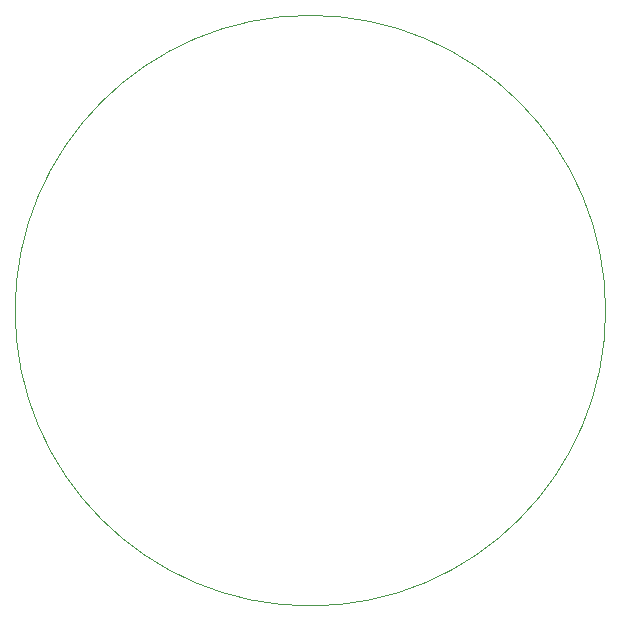
<source format=gbr>
%TF.GenerationSoftware,KiCad,Pcbnew,5.1.10-88a1d61d58~90~ubuntu20.04.1*%
%TF.CreationDate,2021-10-01T06:26:35-07:00*%
%TF.ProjectId,Moon_Addon,4d6f6f6e-5f41-4646-946f-6e2e6b696361,rev?*%
%TF.SameCoordinates,Original*%
%TF.FileFunction,Profile,NP*%
%FSLAX45Y45*%
G04 Gerber Fmt 4.5, Leading zero omitted, Abs format (unit mm)*
G04 Created by KiCad (PCBNEW 5.1.10-88a1d61d58~90~ubuntu20.04.1) date 2021-10-01 06:26:35*
%MOMM*%
%LPD*%
G01*
G04 APERTURE LIST*
%TA.AperFunction,Profile*%
%ADD10C,0.050000*%
%TD*%
G04 APERTURE END LIST*
D10*
X12500000Y-10000000D02*
G75*
G03*
X12500000Y-10000000I-2500000J0D01*
G01*
M02*

</source>
